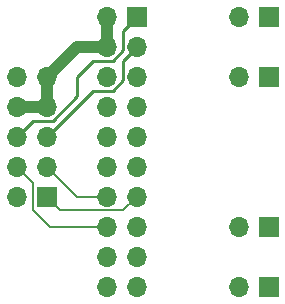
<source format=gbr>
%TF.GenerationSoftware,KiCad,Pcbnew,7.0.9*%
%TF.CreationDate,2023-11-25T22:17:53-08:00*%
%TF.ProjectId,supermicro-ATX-PCB,73757065-726d-4696-9372-6f2d4154582d,rev?*%
%TF.SameCoordinates,Original*%
%TF.FileFunction,Copper,L1,Top*%
%TF.FilePolarity,Positive*%
%FSLAX46Y46*%
G04 Gerber Fmt 4.6, Leading zero omitted, Abs format (unit mm)*
G04 Created by KiCad (PCBNEW 7.0.9) date 2023-11-25 22:17:53*
%MOMM*%
%LPD*%
G01*
G04 APERTURE LIST*
%TA.AperFunction,ComponentPad*%
%ADD10O,1.700000X1.700000*%
%TD*%
%TA.AperFunction,ComponentPad*%
%ADD11R,1.700000X1.700000*%
%TD*%
%TA.AperFunction,SMDPad,CuDef*%
%ADD12O,1.700000X1.700000*%
%TD*%
%TA.AperFunction,Conductor*%
%ADD13C,0.200000*%
%TD*%
%TA.AperFunction,Conductor*%
%ADD14C,0.250000*%
%TD*%
%TA.AperFunction,Conductor*%
%ADD15C,1.000000*%
%TD*%
G04 APERTURE END LIST*
D10*
%TO.P,UID,2,Pin_2*%
%TO.N,/UID_LED-*%
X120396000Y-68580000D03*
D11*
%TO.P,UID,1,Pin_1*%
%TO.N,/UID_LED+*%
X122936000Y-68580000D03*
%TD*%
D10*
%TO.P,PWR_FAIL,2,Pin_2*%
%TO.N,/PWR_FAIL_LED-*%
X120396000Y-63500000D03*
D11*
%TO.P,PWR_FAIL,1,Pin_1*%
%TO.N,/PWR_FAIL_LED+*%
X122936000Y-63500000D03*
%TD*%
D10*
%TO.P,NIC2,2,Pin_2*%
%TO.N,/NIC2_LED-*%
X120396000Y-81280000D03*
D11*
%TO.P,NIC2,1,Pin_1*%
%TO.N,/NIC2_LED+*%
X122936000Y-81280000D03*
%TD*%
%TO.P,SM-JF1,1,Pin_1*%
%TO.N,/PWR_BUTT*%
X111760000Y-63500000D03*
D10*
%TO.P,SM-JF1,2,Pin_2*%
%TO.N,GND*%
X109220000Y-63500000D03*
%TO.P,SM-JF1,3,Pin_3*%
%TO.N,/RESET_BUTT*%
X111760000Y-66040000D03*
%TO.P,SM-JF1,4,Pin_4*%
%TO.N,GND*%
X109220000Y-66040000D03*
%TO.P,SM-JF1,5,Pin_5*%
%TO.N,/PWR_FAIL_LED+*%
X111760000Y-68580000D03*
%TO.P,SM-JF1,6,Pin_6*%
%TO.N,/PWR_FAIL_LED-*%
X109220000Y-68580000D03*
%TO.P,SM-JF1,7,Pin_7*%
%TO.N,/UID_LED+*%
X111760000Y-71120000D03*
%TO.P,SM-JF1,8,Pin_8*%
%TO.N,/UID_LED-*%
X109220000Y-71120000D03*
%TO.P,SM-JF1,9,Pin_9*%
%TO.N,/NIC2_LED+*%
X111760000Y-73660000D03*
%TO.P,SM-JF1,10,Pin_10*%
%TO.N,/NIC2_LED-*%
X109220000Y-73660000D03*
%TO.P,SM-JF1,11,Pin_11*%
%TO.N,/NIC1_LED+*%
X111760000Y-76200000D03*
%TO.P,SM-JF1,12,Pin_12*%
%TO.N,/NIC1_LED-*%
X109220000Y-76200000D03*
%TO.P,SM-JF1,13,Pin_13*%
%TO.N,/HDD_LED+*%
X111760000Y-78740000D03*
%TO.P,SM-JF1,14,Pin_14*%
%TO.N,/HDD_LED-*%
X109220000Y-78740000D03*
%TO.P,SM-JF1,15,Pin_15*%
%TO.N,/PWR_LED+*%
X111760000Y-81280000D03*
%TO.P,SM-JF1,16,Pin_16*%
%TO.N,/PWR_LED-*%
X109220000Y-81280000D03*
D12*
%TO.P,SM-JF1,17,Pin_17*%
%TO.N,unconnected-(SM-JF1-Pin_17-Pad17)*%
X111760000Y-83820000D03*
%TO.P,SM-JF1,18,Pin_18*%
%TO.N,unconnected-(SM-JF1-Pin_18-Pad18)*%
X109220000Y-83820000D03*
D10*
%TO.P,SM-JF1,19,Pin_19*%
%TO.N,unconnected-(SM-JF1-Pin_19-Pad19)*%
X111760000Y-86360000D03*
%TO.P,SM-JF1,20,Pin_20*%
%TO.N,/NMI*%
X109220000Y-86360000D03*
%TD*%
D11*
%TO.P,NIC1,1,Pin_1*%
%TO.N,/NIC1_LED+*%
X122936000Y-86360000D03*
D10*
%TO.P,NIC1,2,Pin_2*%
%TO.N,/NIC1_LED-*%
X120396000Y-86360000D03*
%TD*%
D11*
%TO.P,ATX-FP1,1,Pin_1*%
%TO.N,/HDD_LED+*%
X104140000Y-78740000D03*
D10*
%TO.P,ATX-FP1,2,Pin_2*%
%TO.N,/PWR_LED+*%
X101600000Y-78740000D03*
%TO.P,ATX-FP1,3,Pin_3*%
%TO.N,/HDD_LED-*%
X104140000Y-76200000D03*
%TO.P,ATX-FP1,4,Pin_4*%
%TO.N,/PWR_LED-*%
X101600000Y-76200000D03*
%TO.P,ATX-FP1,5,Pin_5*%
%TO.N,/RESET_BUTT*%
X104140000Y-73660000D03*
%TO.P,ATX-FP1,6,Pin_6*%
%TO.N,/PWR_BUTT*%
X101600000Y-73660000D03*
%TO.P,ATX-FP1,7,Pin_7*%
%TO.N,GND*%
X104140000Y-71120000D03*
%TO.P,ATX-FP1,8,Pin_8*%
X101600000Y-71120000D03*
%TO.P,ATX-FP1,9,Pin_9*%
X104140000Y-68580000D03*
%TO.P,ATX-FP1,10,Pin_10*%
%TO.N,unconnected-(ATX-FP1-Pin_10-Pad10)*%
X101600000Y-68580000D03*
%TD*%
D13*
%TO.N,/HDD_LED+*%
X104140000Y-78740000D02*
X105290000Y-79890000D01*
X110610000Y-79890000D02*
X111760000Y-78740000D01*
X105290000Y-79890000D02*
X110610000Y-79890000D01*
%TO.N,/HDD_LED-*%
X104140000Y-76200000D02*
X106680000Y-78740000D01*
X106680000Y-78740000D02*
X109220000Y-78740000D01*
%TO.N,/PWR_LED-*%
X102990000Y-79890000D02*
X104380000Y-81280000D01*
X101600000Y-76200000D02*
X102990000Y-77590000D01*
X102990000Y-77590000D02*
X102990000Y-79890000D01*
X104380000Y-81280000D02*
X109220000Y-81280000D01*
D14*
%TO.N,/RESET_BUTT*%
X108045000Y-69755000D02*
X104140000Y-73660000D01*
X111760000Y-66040000D02*
X110585000Y-67215000D01*
X110585000Y-67215000D02*
X110585000Y-68876701D01*
X109706701Y-69755000D02*
X108045000Y-69755000D01*
X110585000Y-68876701D02*
X109706701Y-69755000D01*
%TO.N,/PWR_BUTT*%
X104626701Y-72295000D02*
X102965000Y-72295000D01*
X110585000Y-64675000D02*
X110585000Y-66336701D01*
X111760000Y-63500000D02*
X110585000Y-64675000D01*
X102965000Y-72295000D02*
X101600000Y-73660000D01*
X106680000Y-70241701D02*
X104626701Y-72295000D01*
X108045000Y-67215000D02*
X106680000Y-68580000D01*
X109706701Y-67215000D02*
X108045000Y-67215000D01*
X110585000Y-66336701D02*
X109706701Y-67215000D01*
X106680000Y-68580000D02*
X106680000Y-70241701D01*
D15*
%TO.N,GND*%
X109220000Y-63500000D02*
X109220000Y-66040000D01*
X104140000Y-71120000D02*
X101600000Y-71120000D01*
X106680000Y-66040000D02*
X104140000Y-68580000D01*
X104140000Y-68580000D02*
X104140000Y-71120000D01*
X109220000Y-66040000D02*
X106680000Y-66040000D01*
%TD*%
M02*

</source>
